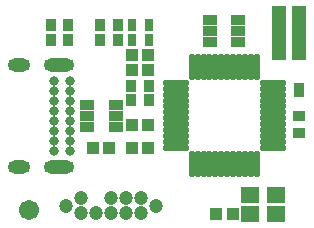
<source format=gts>
G04*
G04 #@! TF.GenerationSoftware,Altium Limited,Altium Designer,19.1.8 (144)*
G04*
G04 Layer_Color=8388736*
%FSLAX25Y25*%
%MOIN*%
G70*
G01*
G75*
%ADD20R,0.03400X0.05050*%
%ADD21R,0.05131X0.04737*%
%ADD22C,0.04737*%
%ADD23C,0.00500*%
%ADD24R,0.03556X0.04343*%
%ADD25R,0.04343X0.03556*%
%ADD26R,0.03950X0.04343*%
%ADD27R,0.03162X0.03950*%
%ADD28R,0.05131X0.03359*%
%ADD29O,0.09068X0.01981*%
%ADD30O,0.01981X0.09068*%
%ADD31R,0.06312X0.05524*%
%ADD32O,0.03359X0.03241*%
%ADD33O,0.10249X0.04343*%
%ADD34O,0.07493X0.04343*%
%ADD35C,0.06706*%
%ADD36C,0.02769*%
D20*
X90000Y8525D02*
D03*
D21*
X83153Y34500D02*
D03*
X89846D02*
D03*
X83153Y30000D02*
D03*
X89846D02*
D03*
X83153Y25500D02*
D03*
X89846D02*
D03*
X83153Y21000D02*
D03*
X89846D02*
D03*
D22*
X17076Y-27400D02*
D03*
X37076D02*
D03*
X32076D02*
D03*
X27076D02*
D03*
X17076Y-32400D02*
D03*
X22076D02*
D03*
X27076D02*
D03*
X32076D02*
D03*
X37076D02*
D03*
X42076Y-29900D02*
D03*
X12076D02*
D03*
D23*
X90000Y6400D02*
D03*
Y10600D02*
D03*
D24*
X29453Y30500D02*
D03*
X23547D02*
D03*
X29453Y25500D02*
D03*
X23547D02*
D03*
X12953Y30500D02*
D03*
X7047D02*
D03*
X12953Y25500D02*
D03*
X7047D02*
D03*
X39853Y5500D02*
D03*
X33947D02*
D03*
X39853Y9900D02*
D03*
X33947D02*
D03*
D25*
X90000Y153D02*
D03*
Y-5753D02*
D03*
D26*
X67756Y-32600D02*
D03*
X62244D02*
D03*
X39656Y-10500D02*
D03*
X34144D02*
D03*
X39656Y-3000D02*
D03*
X34144D02*
D03*
X39656Y20500D02*
D03*
X34144D02*
D03*
X39656Y15500D02*
D03*
X34144D02*
D03*
X26556Y-10500D02*
D03*
X21044D02*
D03*
D27*
X34146Y25500D02*
D03*
X39854D02*
D03*
X34146Y30500D02*
D03*
X39854D02*
D03*
D28*
X19276Y3740D02*
D03*
Y0D02*
D03*
Y-3740D02*
D03*
X28724D02*
D03*
Y0D02*
D03*
Y3740D02*
D03*
X60176Y32140D02*
D03*
Y28400D02*
D03*
Y24660D02*
D03*
X69624D02*
D03*
Y28400D02*
D03*
Y32140D02*
D03*
D29*
X48758Y11077D02*
D03*
Y9108D02*
D03*
Y7140D02*
D03*
Y5171D02*
D03*
Y3203D02*
D03*
Y1234D02*
D03*
Y-734D02*
D03*
Y-2703D02*
D03*
Y-4671D02*
D03*
Y-6640D02*
D03*
Y-8608D02*
D03*
Y-10577D02*
D03*
X81042D02*
D03*
Y-8608D02*
D03*
Y-6640D02*
D03*
X81042Y-4671D02*
D03*
Y-2703D02*
D03*
Y-734D02*
D03*
Y1234D02*
D03*
Y3203D02*
D03*
X81042Y5171D02*
D03*
Y7140D02*
D03*
X81042Y9108D02*
D03*
Y11077D02*
D03*
D30*
X54073Y-15892D02*
D03*
X56042D02*
D03*
X58010Y-15892D02*
D03*
X59979D02*
D03*
X61947Y-15892D02*
D03*
X63916D02*
D03*
X65884D02*
D03*
X67853D02*
D03*
X69821D02*
D03*
X71790Y-15892D02*
D03*
X73758D02*
D03*
X75727D02*
D03*
Y16392D02*
D03*
X73758D02*
D03*
X71790D02*
D03*
X69821D02*
D03*
X67853D02*
D03*
X65884D02*
D03*
X63916D02*
D03*
X61947D02*
D03*
X59979D02*
D03*
X58010D02*
D03*
X56042D02*
D03*
X54073D02*
D03*
D31*
X82231Y-32750D02*
D03*
Y-26450D02*
D03*
X73569D02*
D03*
Y-32750D02*
D03*
D32*
X13582Y11713D02*
D03*
Y8366D02*
D03*
Y5020D02*
D03*
Y1673D02*
D03*
Y-1673D02*
D03*
Y-5020D02*
D03*
Y-8366D02*
D03*
Y-11713D02*
D03*
X8269D02*
D03*
Y-8366D02*
D03*
Y-5020D02*
D03*
Y-1673D02*
D03*
Y1673D02*
D03*
Y5020D02*
D03*
Y8366D02*
D03*
Y11713D02*
D03*
D33*
X9725Y17028D02*
D03*
Y-17028D02*
D03*
D34*
X-3582D02*
D03*
Y17028D02*
D03*
D35*
X-200Y-31300D02*
D03*
D36*
X17076Y-27400D02*
D03*
Y-32400D02*
D03*
X37076D02*
D03*
X32076Y-32400D02*
D03*
X27076Y-32400D02*
D03*
X22076D02*
D03*
X37076Y-27400D02*
D03*
X32076D02*
D03*
X27076D02*
D03*
M02*

</source>
